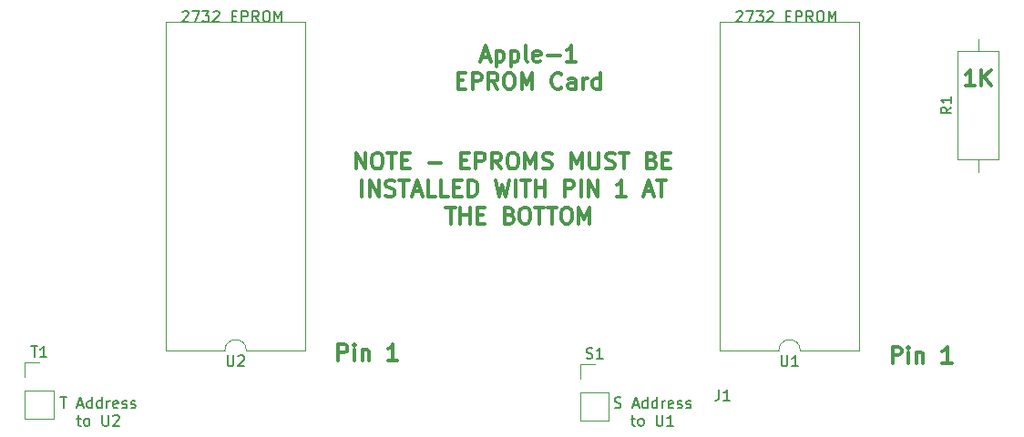
<source format=gbr>
%TF.GenerationSoftware,KiCad,Pcbnew,(5.1.12)-1*%
%TF.CreationDate,2022-10-05T19:48:58+01:00*%
%TF.ProjectId,Apple-1 ROM_RAM,4170706c-652d-4312-9052-4f4d5f52414d,rev?*%
%TF.SameCoordinates,Original*%
%TF.FileFunction,Legend,Top*%
%TF.FilePolarity,Positive*%
%FSLAX46Y46*%
G04 Gerber Fmt 4.6, Leading zero omitted, Abs format (unit mm)*
G04 Created by KiCad (PCBNEW (5.1.12)-1) date 2022-10-05 19:48:58*
%MOMM*%
%LPD*%
G01*
G04 APERTURE LIST*
%ADD10C,0.300000*%
%ADD11C,0.150000*%
%ADD12C,0.120000*%
G04 APERTURE END LIST*
D10*
X145311914Y-131036031D02*
X145311914Y-129536031D01*
X145883342Y-129536031D01*
X146026200Y-129607460D01*
X146097628Y-129678888D01*
X146169057Y-129821745D01*
X146169057Y-130036031D01*
X146097628Y-130178888D01*
X146026200Y-130250317D01*
X145883342Y-130321745D01*
X145311914Y-130321745D01*
X146811914Y-131036031D02*
X146811914Y-130036031D01*
X146811914Y-129536031D02*
X146740485Y-129607460D01*
X146811914Y-129678888D01*
X146883342Y-129607460D01*
X146811914Y-129536031D01*
X146811914Y-129678888D01*
X147526200Y-130036031D02*
X147526200Y-131036031D01*
X147526200Y-130178888D02*
X147597628Y-130107460D01*
X147740485Y-130036031D01*
X147954771Y-130036031D01*
X148097628Y-130107460D01*
X148169057Y-130250317D01*
X148169057Y-131036031D01*
X150811914Y-131036031D02*
X149954771Y-131036031D01*
X150383342Y-131036031D02*
X150383342Y-129536031D01*
X150240485Y-129750317D01*
X150097628Y-129893174D01*
X149954771Y-129964602D01*
X196811914Y-131286031D02*
X196811914Y-129786031D01*
X197383342Y-129786031D01*
X197526200Y-129857460D01*
X197597628Y-129928888D01*
X197669057Y-130071745D01*
X197669057Y-130286031D01*
X197597628Y-130428888D01*
X197526200Y-130500317D01*
X197383342Y-130571745D01*
X196811914Y-130571745D01*
X198311914Y-131286031D02*
X198311914Y-130286031D01*
X198311914Y-129786031D02*
X198240485Y-129857460D01*
X198311914Y-129928888D01*
X198383342Y-129857460D01*
X198311914Y-129786031D01*
X198311914Y-129928888D01*
X199026200Y-130286031D02*
X199026200Y-131286031D01*
X199026200Y-130428888D02*
X199097628Y-130357460D01*
X199240485Y-130286031D01*
X199454771Y-130286031D01*
X199597628Y-130357460D01*
X199669057Y-130500317D01*
X199669057Y-131286031D01*
X202311914Y-131286031D02*
X201454771Y-131286031D01*
X201883342Y-131286031D02*
X201883342Y-129786031D01*
X201740485Y-130000317D01*
X201597628Y-130143174D01*
X201454771Y-130214602D01*
X146954771Y-113236031D02*
X146954771Y-111736031D01*
X147811914Y-113236031D01*
X147811914Y-111736031D01*
X148811914Y-111736031D02*
X149097628Y-111736031D01*
X149240485Y-111807460D01*
X149383342Y-111950317D01*
X149454771Y-112236031D01*
X149454771Y-112736031D01*
X149383342Y-113021745D01*
X149240485Y-113164602D01*
X149097628Y-113236031D01*
X148811914Y-113236031D01*
X148669057Y-113164602D01*
X148526200Y-113021745D01*
X148454771Y-112736031D01*
X148454771Y-112236031D01*
X148526200Y-111950317D01*
X148669057Y-111807460D01*
X148811914Y-111736031D01*
X149883342Y-111736031D02*
X150740485Y-111736031D01*
X150311914Y-113236031D02*
X150311914Y-111736031D01*
X151240485Y-112450317D02*
X151740485Y-112450317D01*
X151954771Y-113236031D02*
X151240485Y-113236031D01*
X151240485Y-111736031D01*
X151954771Y-111736031D01*
X153740485Y-112664602D02*
X154883342Y-112664602D01*
X156740485Y-112450317D02*
X157240485Y-112450317D01*
X157454771Y-113236031D02*
X156740485Y-113236031D01*
X156740485Y-111736031D01*
X157454771Y-111736031D01*
X158097628Y-113236031D02*
X158097628Y-111736031D01*
X158669057Y-111736031D01*
X158811914Y-111807460D01*
X158883342Y-111878888D01*
X158954771Y-112021745D01*
X158954771Y-112236031D01*
X158883342Y-112378888D01*
X158811914Y-112450317D01*
X158669057Y-112521745D01*
X158097628Y-112521745D01*
X160454771Y-113236031D02*
X159954771Y-112521745D01*
X159597628Y-113236031D02*
X159597628Y-111736031D01*
X160169057Y-111736031D01*
X160311914Y-111807460D01*
X160383342Y-111878888D01*
X160454771Y-112021745D01*
X160454771Y-112236031D01*
X160383342Y-112378888D01*
X160311914Y-112450317D01*
X160169057Y-112521745D01*
X159597628Y-112521745D01*
X161383342Y-111736031D02*
X161669057Y-111736031D01*
X161811914Y-111807460D01*
X161954771Y-111950317D01*
X162026200Y-112236031D01*
X162026200Y-112736031D01*
X161954771Y-113021745D01*
X161811914Y-113164602D01*
X161669057Y-113236031D01*
X161383342Y-113236031D01*
X161240485Y-113164602D01*
X161097628Y-113021745D01*
X161026200Y-112736031D01*
X161026200Y-112236031D01*
X161097628Y-111950317D01*
X161240485Y-111807460D01*
X161383342Y-111736031D01*
X162669057Y-113236031D02*
X162669057Y-111736031D01*
X163169057Y-112807460D01*
X163669057Y-111736031D01*
X163669057Y-113236031D01*
X164311914Y-113164602D02*
X164526200Y-113236031D01*
X164883342Y-113236031D01*
X165026200Y-113164602D01*
X165097628Y-113093174D01*
X165169057Y-112950317D01*
X165169057Y-112807460D01*
X165097628Y-112664602D01*
X165026200Y-112593174D01*
X164883342Y-112521745D01*
X164597628Y-112450317D01*
X164454771Y-112378888D01*
X164383342Y-112307460D01*
X164311914Y-112164602D01*
X164311914Y-112021745D01*
X164383342Y-111878888D01*
X164454771Y-111807460D01*
X164597628Y-111736031D01*
X164954771Y-111736031D01*
X165169057Y-111807460D01*
X166954771Y-113236031D02*
X166954771Y-111736031D01*
X167454771Y-112807460D01*
X167954771Y-111736031D01*
X167954771Y-113236031D01*
X168669057Y-111736031D02*
X168669057Y-112950317D01*
X168740485Y-113093174D01*
X168811914Y-113164602D01*
X168954771Y-113236031D01*
X169240485Y-113236031D01*
X169383342Y-113164602D01*
X169454771Y-113093174D01*
X169526200Y-112950317D01*
X169526200Y-111736031D01*
X170169057Y-113164602D02*
X170383342Y-113236031D01*
X170740485Y-113236031D01*
X170883342Y-113164602D01*
X170954771Y-113093174D01*
X171026200Y-112950317D01*
X171026200Y-112807460D01*
X170954771Y-112664602D01*
X170883342Y-112593174D01*
X170740485Y-112521745D01*
X170454771Y-112450317D01*
X170311914Y-112378888D01*
X170240485Y-112307460D01*
X170169057Y-112164602D01*
X170169057Y-112021745D01*
X170240485Y-111878888D01*
X170311914Y-111807460D01*
X170454771Y-111736031D01*
X170811914Y-111736031D01*
X171026200Y-111807460D01*
X171454771Y-111736031D02*
X172311914Y-111736031D01*
X171883342Y-113236031D02*
X171883342Y-111736031D01*
X174454771Y-112450317D02*
X174669057Y-112521745D01*
X174740485Y-112593174D01*
X174811914Y-112736031D01*
X174811914Y-112950317D01*
X174740485Y-113093174D01*
X174669057Y-113164602D01*
X174526200Y-113236031D01*
X173954771Y-113236031D01*
X173954771Y-111736031D01*
X174454771Y-111736031D01*
X174597628Y-111807460D01*
X174669057Y-111878888D01*
X174740485Y-112021745D01*
X174740485Y-112164602D01*
X174669057Y-112307460D01*
X174597628Y-112378888D01*
X174454771Y-112450317D01*
X173954771Y-112450317D01*
X175454771Y-112450317D02*
X175954771Y-112450317D01*
X176169057Y-113236031D02*
X175454771Y-113236031D01*
X175454771Y-111736031D01*
X176169057Y-111736031D01*
X147490485Y-115786031D02*
X147490485Y-114286031D01*
X148204771Y-115786031D02*
X148204771Y-114286031D01*
X149061914Y-115786031D01*
X149061914Y-114286031D01*
X149704771Y-115714602D02*
X149919057Y-115786031D01*
X150276200Y-115786031D01*
X150419057Y-115714602D01*
X150490485Y-115643174D01*
X150561914Y-115500317D01*
X150561914Y-115357460D01*
X150490485Y-115214602D01*
X150419057Y-115143174D01*
X150276200Y-115071745D01*
X149990485Y-115000317D01*
X149847628Y-114928888D01*
X149776200Y-114857460D01*
X149704771Y-114714602D01*
X149704771Y-114571745D01*
X149776200Y-114428888D01*
X149847628Y-114357460D01*
X149990485Y-114286031D01*
X150347628Y-114286031D01*
X150561914Y-114357460D01*
X150990485Y-114286031D02*
X151847628Y-114286031D01*
X151419057Y-115786031D02*
X151419057Y-114286031D01*
X152276200Y-115357460D02*
X152990485Y-115357460D01*
X152133342Y-115786031D02*
X152633342Y-114286031D01*
X153133342Y-115786031D01*
X154347628Y-115786031D02*
X153633342Y-115786031D01*
X153633342Y-114286031D01*
X155561914Y-115786031D02*
X154847628Y-115786031D01*
X154847628Y-114286031D01*
X156061914Y-115000317D02*
X156561914Y-115000317D01*
X156776200Y-115786031D02*
X156061914Y-115786031D01*
X156061914Y-114286031D01*
X156776200Y-114286031D01*
X157419057Y-115786031D02*
X157419057Y-114286031D01*
X157776200Y-114286031D01*
X157990485Y-114357460D01*
X158133342Y-114500317D01*
X158204771Y-114643174D01*
X158276200Y-114928888D01*
X158276200Y-115143174D01*
X158204771Y-115428888D01*
X158133342Y-115571745D01*
X157990485Y-115714602D01*
X157776200Y-115786031D01*
X157419057Y-115786031D01*
X159919057Y-114286031D02*
X160276200Y-115786031D01*
X160561914Y-114714602D01*
X160847628Y-115786031D01*
X161204771Y-114286031D01*
X161776200Y-115786031D02*
X161776200Y-114286031D01*
X162276200Y-114286031D02*
X163133342Y-114286031D01*
X162704771Y-115786031D02*
X162704771Y-114286031D01*
X163633342Y-115786031D02*
X163633342Y-114286031D01*
X163633342Y-115000317D02*
X164490485Y-115000317D01*
X164490485Y-115786031D02*
X164490485Y-114286031D01*
X166347628Y-115786031D02*
X166347628Y-114286031D01*
X166919057Y-114286031D01*
X167061914Y-114357460D01*
X167133342Y-114428888D01*
X167204771Y-114571745D01*
X167204771Y-114786031D01*
X167133342Y-114928888D01*
X167061914Y-115000317D01*
X166919057Y-115071745D01*
X166347628Y-115071745D01*
X167847628Y-115786031D02*
X167847628Y-114286031D01*
X168561914Y-115786031D02*
X168561914Y-114286031D01*
X169419057Y-115786031D01*
X169419057Y-114286031D01*
X172061914Y-115786031D02*
X171204771Y-115786031D01*
X171633342Y-115786031D02*
X171633342Y-114286031D01*
X171490485Y-114500317D01*
X171347628Y-114643174D01*
X171204771Y-114714602D01*
X173776200Y-115357460D02*
X174490485Y-115357460D01*
X173633342Y-115786031D02*
X174133342Y-114286031D01*
X174633342Y-115786031D01*
X174919057Y-114286031D02*
X175776200Y-114286031D01*
X175347628Y-115786031D02*
X175347628Y-114286031D01*
X155311914Y-116836031D02*
X156169057Y-116836031D01*
X155740485Y-118336031D02*
X155740485Y-116836031D01*
X156669057Y-118336031D02*
X156669057Y-116836031D01*
X156669057Y-117550317D02*
X157526200Y-117550317D01*
X157526200Y-118336031D02*
X157526200Y-116836031D01*
X158240485Y-117550317D02*
X158740485Y-117550317D01*
X158954771Y-118336031D02*
X158240485Y-118336031D01*
X158240485Y-116836031D01*
X158954771Y-116836031D01*
X161240485Y-117550317D02*
X161454771Y-117621745D01*
X161526200Y-117693174D01*
X161597628Y-117836031D01*
X161597628Y-118050317D01*
X161526200Y-118193174D01*
X161454771Y-118264602D01*
X161311914Y-118336031D01*
X160740485Y-118336031D01*
X160740485Y-116836031D01*
X161240485Y-116836031D01*
X161383342Y-116907460D01*
X161454771Y-116978888D01*
X161526200Y-117121745D01*
X161526200Y-117264602D01*
X161454771Y-117407460D01*
X161383342Y-117478888D01*
X161240485Y-117550317D01*
X160740485Y-117550317D01*
X162526200Y-116836031D02*
X162811914Y-116836031D01*
X162954771Y-116907460D01*
X163097628Y-117050317D01*
X163169057Y-117336031D01*
X163169057Y-117836031D01*
X163097628Y-118121745D01*
X162954771Y-118264602D01*
X162811914Y-118336031D01*
X162526200Y-118336031D01*
X162383342Y-118264602D01*
X162240485Y-118121745D01*
X162169057Y-117836031D01*
X162169057Y-117336031D01*
X162240485Y-117050317D01*
X162383342Y-116907460D01*
X162526200Y-116836031D01*
X163597628Y-116836031D02*
X164454771Y-116836031D01*
X164026200Y-118336031D02*
X164026200Y-116836031D01*
X164740485Y-116836031D02*
X165597628Y-116836031D01*
X165169057Y-118336031D02*
X165169057Y-116836031D01*
X166383342Y-116836031D02*
X166669057Y-116836031D01*
X166811914Y-116907460D01*
X166954771Y-117050317D01*
X167026200Y-117336031D01*
X167026200Y-117836031D01*
X166954771Y-118121745D01*
X166811914Y-118264602D01*
X166669057Y-118336031D01*
X166383342Y-118336031D01*
X166240485Y-118264602D01*
X166097628Y-118121745D01*
X166026200Y-117836031D01*
X166026200Y-117336031D01*
X166097628Y-117050317D01*
X166240485Y-116907460D01*
X166383342Y-116836031D01*
X167669057Y-118336031D02*
X167669057Y-116836031D01*
X168169057Y-117907460D01*
X168669057Y-116836031D01*
X168669057Y-118336031D01*
X204454771Y-105536031D02*
X203597628Y-105536031D01*
X204026200Y-105536031D02*
X204026200Y-104036031D01*
X203883342Y-104250317D01*
X203740485Y-104393174D01*
X203597628Y-104464602D01*
X205097628Y-105536031D02*
X205097628Y-104036031D01*
X205954771Y-105536031D02*
X205311914Y-104678888D01*
X205954771Y-104036031D02*
X205097628Y-104893174D01*
D11*
X170978580Y-135437221D02*
X171121438Y-135484840D01*
X171359533Y-135484840D01*
X171454771Y-135437221D01*
X171502390Y-135389602D01*
X171550009Y-135294364D01*
X171550009Y-135199126D01*
X171502390Y-135103888D01*
X171454771Y-135056269D01*
X171359533Y-135008650D01*
X171169057Y-134961031D01*
X171073819Y-134913412D01*
X171026200Y-134865793D01*
X170978580Y-134770555D01*
X170978580Y-134675317D01*
X171026200Y-134580079D01*
X171073819Y-134532460D01*
X171169057Y-134484840D01*
X171407152Y-134484840D01*
X171550009Y-134532460D01*
X172692866Y-135199126D02*
X173169057Y-135199126D01*
X172597628Y-135484840D02*
X172930961Y-134484840D01*
X173264295Y-135484840D01*
X174026200Y-135484840D02*
X174026200Y-134484840D01*
X174026200Y-135437221D02*
X173930961Y-135484840D01*
X173740485Y-135484840D01*
X173645247Y-135437221D01*
X173597628Y-135389602D01*
X173550009Y-135294364D01*
X173550009Y-135008650D01*
X173597628Y-134913412D01*
X173645247Y-134865793D01*
X173740485Y-134818174D01*
X173930961Y-134818174D01*
X174026200Y-134865793D01*
X174930961Y-135484840D02*
X174930961Y-134484840D01*
X174930961Y-135437221D02*
X174835723Y-135484840D01*
X174645247Y-135484840D01*
X174550009Y-135437221D01*
X174502390Y-135389602D01*
X174454771Y-135294364D01*
X174454771Y-135008650D01*
X174502390Y-134913412D01*
X174550009Y-134865793D01*
X174645247Y-134818174D01*
X174835723Y-134818174D01*
X174930961Y-134865793D01*
X175407152Y-135484840D02*
X175407152Y-134818174D01*
X175407152Y-135008650D02*
X175454771Y-134913412D01*
X175502390Y-134865793D01*
X175597628Y-134818174D01*
X175692866Y-134818174D01*
X176407152Y-135437221D02*
X176311914Y-135484840D01*
X176121438Y-135484840D01*
X176026200Y-135437221D01*
X175978580Y-135341983D01*
X175978580Y-134961031D01*
X176026200Y-134865793D01*
X176121438Y-134818174D01*
X176311914Y-134818174D01*
X176407152Y-134865793D01*
X176454771Y-134961031D01*
X176454771Y-135056269D01*
X175978580Y-135151507D01*
X176835723Y-135437221D02*
X176930961Y-135484840D01*
X177121438Y-135484840D01*
X177216676Y-135437221D01*
X177264295Y-135341983D01*
X177264295Y-135294364D01*
X177216676Y-135199126D01*
X177121438Y-135151507D01*
X176978580Y-135151507D01*
X176883342Y-135103888D01*
X176835723Y-135008650D01*
X176835723Y-134961031D01*
X176883342Y-134865793D01*
X176978580Y-134818174D01*
X177121438Y-134818174D01*
X177216676Y-134865793D01*
X177645247Y-135437221D02*
X177740485Y-135484840D01*
X177930961Y-135484840D01*
X178026200Y-135437221D01*
X178073819Y-135341983D01*
X178073819Y-135294364D01*
X178026200Y-135199126D01*
X177930961Y-135151507D01*
X177788104Y-135151507D01*
X177692866Y-135103888D01*
X177645247Y-135008650D01*
X177645247Y-134961031D01*
X177692866Y-134865793D01*
X177788104Y-134818174D01*
X177930961Y-134818174D01*
X178026200Y-134865793D01*
X172502390Y-136468174D02*
X172883342Y-136468174D01*
X172645247Y-136134840D02*
X172645247Y-136991983D01*
X172692866Y-137087221D01*
X172788104Y-137134840D01*
X172883342Y-137134840D01*
X173359533Y-137134840D02*
X173264295Y-137087221D01*
X173216676Y-137039602D01*
X173169057Y-136944364D01*
X173169057Y-136658650D01*
X173216676Y-136563412D01*
X173264295Y-136515793D01*
X173359533Y-136468174D01*
X173502390Y-136468174D01*
X173597628Y-136515793D01*
X173645247Y-136563412D01*
X173692866Y-136658650D01*
X173692866Y-136944364D01*
X173645247Y-137039602D01*
X173597628Y-137087221D01*
X173502390Y-137134840D01*
X173359533Y-137134840D01*
X174883342Y-136134840D02*
X174883342Y-136944364D01*
X174930961Y-137039602D01*
X174978580Y-137087221D01*
X175073819Y-137134840D01*
X175264295Y-137134840D01*
X175359533Y-137087221D01*
X175407152Y-137039602D01*
X175454771Y-136944364D01*
X175454771Y-136134840D01*
X176454771Y-137134840D02*
X175883342Y-137134840D01*
X176169057Y-137134840D02*
X176169057Y-136134840D01*
X176073819Y-136277698D01*
X175978580Y-136372936D01*
X175883342Y-136420555D01*
X119478580Y-134484840D02*
X120050009Y-134484840D01*
X119764295Y-135484840D02*
X119764295Y-134484840D01*
X121097628Y-135199126D02*
X121573819Y-135199126D01*
X121002390Y-135484840D02*
X121335723Y-134484840D01*
X121669057Y-135484840D01*
X122430961Y-135484840D02*
X122430961Y-134484840D01*
X122430961Y-135437221D02*
X122335723Y-135484840D01*
X122145247Y-135484840D01*
X122050009Y-135437221D01*
X122002390Y-135389602D01*
X121954771Y-135294364D01*
X121954771Y-135008650D01*
X122002390Y-134913412D01*
X122050009Y-134865793D01*
X122145247Y-134818174D01*
X122335723Y-134818174D01*
X122430961Y-134865793D01*
X123335723Y-135484840D02*
X123335723Y-134484840D01*
X123335723Y-135437221D02*
X123240485Y-135484840D01*
X123050009Y-135484840D01*
X122954771Y-135437221D01*
X122907152Y-135389602D01*
X122859533Y-135294364D01*
X122859533Y-135008650D01*
X122907152Y-134913412D01*
X122954771Y-134865793D01*
X123050009Y-134818174D01*
X123240485Y-134818174D01*
X123335723Y-134865793D01*
X123811914Y-135484840D02*
X123811914Y-134818174D01*
X123811914Y-135008650D02*
X123859533Y-134913412D01*
X123907152Y-134865793D01*
X124002390Y-134818174D01*
X124097628Y-134818174D01*
X124811914Y-135437221D02*
X124716676Y-135484840D01*
X124526200Y-135484840D01*
X124430961Y-135437221D01*
X124383342Y-135341983D01*
X124383342Y-134961031D01*
X124430961Y-134865793D01*
X124526200Y-134818174D01*
X124716676Y-134818174D01*
X124811914Y-134865793D01*
X124859533Y-134961031D01*
X124859533Y-135056269D01*
X124383342Y-135151507D01*
X125240485Y-135437221D02*
X125335723Y-135484840D01*
X125526200Y-135484840D01*
X125621438Y-135437221D01*
X125669057Y-135341983D01*
X125669057Y-135294364D01*
X125621438Y-135199126D01*
X125526200Y-135151507D01*
X125383342Y-135151507D01*
X125288104Y-135103888D01*
X125240485Y-135008650D01*
X125240485Y-134961031D01*
X125288104Y-134865793D01*
X125383342Y-134818174D01*
X125526200Y-134818174D01*
X125621438Y-134865793D01*
X126050009Y-135437221D02*
X126145247Y-135484840D01*
X126335723Y-135484840D01*
X126430961Y-135437221D01*
X126478580Y-135341983D01*
X126478580Y-135294364D01*
X126430961Y-135199126D01*
X126335723Y-135151507D01*
X126192866Y-135151507D01*
X126097628Y-135103888D01*
X126050009Y-135008650D01*
X126050009Y-134961031D01*
X126097628Y-134865793D01*
X126192866Y-134818174D01*
X126335723Y-134818174D01*
X126430961Y-134865793D01*
X121002390Y-136468174D02*
X121383342Y-136468174D01*
X121145247Y-136134840D02*
X121145247Y-136991983D01*
X121192866Y-137087221D01*
X121288104Y-137134840D01*
X121383342Y-137134840D01*
X121859533Y-137134840D02*
X121764295Y-137087221D01*
X121716676Y-137039602D01*
X121669057Y-136944364D01*
X121669057Y-136658650D01*
X121716676Y-136563412D01*
X121764295Y-136515793D01*
X121859533Y-136468174D01*
X122002390Y-136468174D01*
X122097628Y-136515793D01*
X122145247Y-136563412D01*
X122192866Y-136658650D01*
X122192866Y-136944364D01*
X122145247Y-137039602D01*
X122097628Y-137087221D01*
X122002390Y-137134840D01*
X121859533Y-137134840D01*
X123383342Y-136134840D02*
X123383342Y-136944364D01*
X123430961Y-137039602D01*
X123478580Y-137087221D01*
X123573819Y-137134840D01*
X123764295Y-137134840D01*
X123859533Y-137087221D01*
X123907152Y-137039602D01*
X123954771Y-136944364D01*
X123954771Y-136134840D01*
X124383342Y-136230079D02*
X124430961Y-136182460D01*
X124526200Y-136134840D01*
X124764295Y-136134840D01*
X124859533Y-136182460D01*
X124907152Y-136230079D01*
X124954771Y-136325317D01*
X124954771Y-136420555D01*
X124907152Y-136563412D01*
X124335723Y-137134840D01*
X124954771Y-137134840D01*
X182303342Y-98655079D02*
X182350961Y-98607460D01*
X182446200Y-98559840D01*
X182684295Y-98559840D01*
X182779533Y-98607460D01*
X182827152Y-98655079D01*
X182874771Y-98750317D01*
X182874771Y-98845555D01*
X182827152Y-98988412D01*
X182255723Y-99559840D01*
X182874771Y-99559840D01*
X183208104Y-98559840D02*
X183874771Y-98559840D01*
X183446200Y-99559840D01*
X184160485Y-98559840D02*
X184779533Y-98559840D01*
X184446200Y-98940793D01*
X184589057Y-98940793D01*
X184684295Y-98988412D01*
X184731914Y-99036031D01*
X184779533Y-99131269D01*
X184779533Y-99369364D01*
X184731914Y-99464602D01*
X184684295Y-99512221D01*
X184589057Y-99559840D01*
X184303342Y-99559840D01*
X184208104Y-99512221D01*
X184160485Y-99464602D01*
X185160485Y-98655079D02*
X185208104Y-98607460D01*
X185303342Y-98559840D01*
X185541438Y-98559840D01*
X185636676Y-98607460D01*
X185684295Y-98655079D01*
X185731914Y-98750317D01*
X185731914Y-98845555D01*
X185684295Y-98988412D01*
X185112866Y-99559840D01*
X185731914Y-99559840D01*
X186922390Y-99036031D02*
X187255723Y-99036031D01*
X187398580Y-99559840D02*
X186922390Y-99559840D01*
X186922390Y-98559840D01*
X187398580Y-98559840D01*
X187827152Y-99559840D02*
X187827152Y-98559840D01*
X188208104Y-98559840D01*
X188303342Y-98607460D01*
X188350961Y-98655079D01*
X188398580Y-98750317D01*
X188398580Y-98893174D01*
X188350961Y-98988412D01*
X188303342Y-99036031D01*
X188208104Y-99083650D01*
X187827152Y-99083650D01*
X189398580Y-99559840D02*
X189065247Y-99083650D01*
X188827152Y-99559840D02*
X188827152Y-98559840D01*
X189208104Y-98559840D01*
X189303342Y-98607460D01*
X189350961Y-98655079D01*
X189398580Y-98750317D01*
X189398580Y-98893174D01*
X189350961Y-98988412D01*
X189303342Y-99036031D01*
X189208104Y-99083650D01*
X188827152Y-99083650D01*
X190017628Y-98559840D02*
X190208104Y-98559840D01*
X190303342Y-98607460D01*
X190398580Y-98702698D01*
X190446200Y-98893174D01*
X190446200Y-99226507D01*
X190398580Y-99416983D01*
X190303342Y-99512221D01*
X190208104Y-99559840D01*
X190017628Y-99559840D01*
X189922390Y-99512221D01*
X189827152Y-99416983D01*
X189779533Y-99226507D01*
X189779533Y-98893174D01*
X189827152Y-98702698D01*
X189922390Y-98607460D01*
X190017628Y-98559840D01*
X190874771Y-99559840D02*
X190874771Y-98559840D01*
X191208104Y-99274126D01*
X191541438Y-98559840D01*
X191541438Y-99559840D01*
X130823342Y-98655079D02*
X130870961Y-98607460D01*
X130966200Y-98559840D01*
X131204295Y-98559840D01*
X131299533Y-98607460D01*
X131347152Y-98655079D01*
X131394771Y-98750317D01*
X131394771Y-98845555D01*
X131347152Y-98988412D01*
X130775723Y-99559840D01*
X131394771Y-99559840D01*
X131728104Y-98559840D02*
X132394771Y-98559840D01*
X131966200Y-99559840D01*
X132680485Y-98559840D02*
X133299533Y-98559840D01*
X132966200Y-98940793D01*
X133109057Y-98940793D01*
X133204295Y-98988412D01*
X133251914Y-99036031D01*
X133299533Y-99131269D01*
X133299533Y-99369364D01*
X133251914Y-99464602D01*
X133204295Y-99512221D01*
X133109057Y-99559840D01*
X132823342Y-99559840D01*
X132728104Y-99512221D01*
X132680485Y-99464602D01*
X133680485Y-98655079D02*
X133728104Y-98607460D01*
X133823342Y-98559840D01*
X134061438Y-98559840D01*
X134156676Y-98607460D01*
X134204295Y-98655079D01*
X134251914Y-98750317D01*
X134251914Y-98845555D01*
X134204295Y-98988412D01*
X133632866Y-99559840D01*
X134251914Y-99559840D01*
X135442390Y-99036031D02*
X135775723Y-99036031D01*
X135918580Y-99559840D02*
X135442390Y-99559840D01*
X135442390Y-98559840D01*
X135918580Y-98559840D01*
X136347152Y-99559840D02*
X136347152Y-98559840D01*
X136728104Y-98559840D01*
X136823342Y-98607460D01*
X136870961Y-98655079D01*
X136918580Y-98750317D01*
X136918580Y-98893174D01*
X136870961Y-98988412D01*
X136823342Y-99036031D01*
X136728104Y-99083650D01*
X136347152Y-99083650D01*
X137918580Y-99559840D02*
X137585247Y-99083650D01*
X137347152Y-99559840D02*
X137347152Y-98559840D01*
X137728104Y-98559840D01*
X137823342Y-98607460D01*
X137870961Y-98655079D01*
X137918580Y-98750317D01*
X137918580Y-98893174D01*
X137870961Y-98988412D01*
X137823342Y-99036031D01*
X137728104Y-99083650D01*
X137347152Y-99083650D01*
X138537628Y-98559840D02*
X138728104Y-98559840D01*
X138823342Y-98607460D01*
X138918580Y-98702698D01*
X138966200Y-98893174D01*
X138966200Y-99226507D01*
X138918580Y-99416983D01*
X138823342Y-99512221D01*
X138728104Y-99559840D01*
X138537628Y-99559840D01*
X138442390Y-99512221D01*
X138347152Y-99416983D01*
X138299533Y-99226507D01*
X138299533Y-98893174D01*
X138347152Y-98702698D01*
X138442390Y-98607460D01*
X138537628Y-98559840D01*
X139394771Y-99559840D02*
X139394771Y-98559840D01*
X139728104Y-99274126D01*
X140061438Y-98559840D01*
X140061438Y-99559840D01*
D10*
X158633342Y-102832460D02*
X159347628Y-102832460D01*
X158490485Y-103261031D02*
X158990485Y-101761031D01*
X159490485Y-103261031D01*
X159990485Y-102261031D02*
X159990485Y-103761031D01*
X159990485Y-102332460D02*
X160133342Y-102261031D01*
X160419057Y-102261031D01*
X160561914Y-102332460D01*
X160633342Y-102403888D01*
X160704771Y-102546745D01*
X160704771Y-102975317D01*
X160633342Y-103118174D01*
X160561914Y-103189602D01*
X160419057Y-103261031D01*
X160133342Y-103261031D01*
X159990485Y-103189602D01*
X161347628Y-102261031D02*
X161347628Y-103761031D01*
X161347628Y-102332460D02*
X161490485Y-102261031D01*
X161776200Y-102261031D01*
X161919057Y-102332460D01*
X161990485Y-102403888D01*
X162061914Y-102546745D01*
X162061914Y-102975317D01*
X161990485Y-103118174D01*
X161919057Y-103189602D01*
X161776200Y-103261031D01*
X161490485Y-103261031D01*
X161347628Y-103189602D01*
X162919057Y-103261031D02*
X162776200Y-103189602D01*
X162704771Y-103046745D01*
X162704771Y-101761031D01*
X164061914Y-103189602D02*
X163919057Y-103261031D01*
X163633342Y-103261031D01*
X163490485Y-103189602D01*
X163419057Y-103046745D01*
X163419057Y-102475317D01*
X163490485Y-102332460D01*
X163633342Y-102261031D01*
X163919057Y-102261031D01*
X164061914Y-102332460D01*
X164133342Y-102475317D01*
X164133342Y-102618174D01*
X163419057Y-102761031D01*
X164776200Y-102689602D02*
X165919057Y-102689602D01*
X167419057Y-103261031D02*
X166561914Y-103261031D01*
X166990485Y-103261031D02*
X166990485Y-101761031D01*
X166847628Y-101975317D01*
X166704771Y-102118174D01*
X166561914Y-102189602D01*
X156419057Y-105025317D02*
X156919057Y-105025317D01*
X157133342Y-105811031D02*
X156419057Y-105811031D01*
X156419057Y-104311031D01*
X157133342Y-104311031D01*
X157776200Y-105811031D02*
X157776200Y-104311031D01*
X158347628Y-104311031D01*
X158490485Y-104382460D01*
X158561914Y-104453888D01*
X158633342Y-104596745D01*
X158633342Y-104811031D01*
X158561914Y-104953888D01*
X158490485Y-105025317D01*
X158347628Y-105096745D01*
X157776200Y-105096745D01*
X160133342Y-105811031D02*
X159633342Y-105096745D01*
X159276200Y-105811031D02*
X159276200Y-104311031D01*
X159847628Y-104311031D01*
X159990485Y-104382460D01*
X160061914Y-104453888D01*
X160133342Y-104596745D01*
X160133342Y-104811031D01*
X160061914Y-104953888D01*
X159990485Y-105025317D01*
X159847628Y-105096745D01*
X159276200Y-105096745D01*
X161061914Y-104311031D02*
X161347628Y-104311031D01*
X161490485Y-104382460D01*
X161633342Y-104525317D01*
X161704771Y-104811031D01*
X161704771Y-105311031D01*
X161633342Y-105596745D01*
X161490485Y-105739602D01*
X161347628Y-105811031D01*
X161061914Y-105811031D01*
X160919057Y-105739602D01*
X160776200Y-105596745D01*
X160704771Y-105311031D01*
X160704771Y-104811031D01*
X160776200Y-104525317D01*
X160919057Y-104382460D01*
X161061914Y-104311031D01*
X162347628Y-105811031D02*
X162347628Y-104311031D01*
X162847628Y-105382460D01*
X163347628Y-104311031D01*
X163347628Y-105811031D01*
X166061914Y-105668174D02*
X165990485Y-105739602D01*
X165776200Y-105811031D01*
X165633342Y-105811031D01*
X165419057Y-105739602D01*
X165276200Y-105596745D01*
X165204771Y-105453888D01*
X165133342Y-105168174D01*
X165133342Y-104953888D01*
X165204771Y-104668174D01*
X165276200Y-104525317D01*
X165419057Y-104382460D01*
X165633342Y-104311031D01*
X165776200Y-104311031D01*
X165990485Y-104382460D01*
X166061914Y-104453888D01*
X167347628Y-105811031D02*
X167347628Y-105025317D01*
X167276200Y-104882460D01*
X167133342Y-104811031D01*
X166847628Y-104811031D01*
X166704771Y-104882460D01*
X167347628Y-105739602D02*
X167204771Y-105811031D01*
X166847628Y-105811031D01*
X166704771Y-105739602D01*
X166633342Y-105596745D01*
X166633342Y-105453888D01*
X166704771Y-105311031D01*
X166847628Y-105239602D01*
X167204771Y-105239602D01*
X167347628Y-105168174D01*
X168061914Y-105811031D02*
X168061914Y-104811031D01*
X168061914Y-105096745D02*
X168133342Y-104953888D01*
X168204771Y-104882460D01*
X168347628Y-104811031D01*
X168490485Y-104811031D01*
X169633342Y-105811031D02*
X169633342Y-104311031D01*
X169633342Y-105739602D02*
X169490485Y-105811031D01*
X169204771Y-105811031D01*
X169061914Y-105739602D01*
X168990485Y-105668174D01*
X168919057Y-105525317D01*
X168919057Y-105096745D01*
X168990485Y-104953888D01*
X169061914Y-104882460D01*
X169204771Y-104811031D01*
X169490485Y-104811031D01*
X169633342Y-104882460D01*
D12*
%TO.C,T1*%
X116196200Y-136477460D02*
X118856200Y-136477460D01*
X116196200Y-133877460D02*
X116196200Y-136477460D01*
X118856200Y-133877460D02*
X118856200Y-136477460D01*
X116196200Y-133877460D02*
X118856200Y-133877460D01*
X116196200Y-132607460D02*
X116196200Y-131277460D01*
X116196200Y-131277460D02*
X117526200Y-131277460D01*
%TO.C,U1*%
X180786200Y-130137460D02*
X186246200Y-130137460D01*
X180786200Y-99537460D02*
X180786200Y-130137460D01*
X193706200Y-99537460D02*
X180786200Y-99537460D01*
X193706200Y-130137460D02*
X193706200Y-99537460D01*
X188246200Y-130137460D02*
X193706200Y-130137460D01*
X186246200Y-130137460D02*
G75*
G02*
X188246200Y-130137460I1000000J0D01*
G01*
%TO.C,S1*%
X167796200Y-131437460D02*
X169126200Y-131437460D01*
X167796200Y-132767460D02*
X167796200Y-131437460D01*
X167796200Y-134037460D02*
X170456200Y-134037460D01*
X170456200Y-134037460D02*
X170456200Y-136637460D01*
X167796200Y-134037460D02*
X167796200Y-136637460D01*
X167796200Y-136637460D02*
X170456200Y-136637460D01*
%TO.C,R1*%
X204766200Y-101147460D02*
X204766200Y-102257460D01*
X204766200Y-113507460D02*
X204766200Y-112397460D01*
X202846200Y-102257460D02*
X202846200Y-112397460D01*
X206686200Y-102257460D02*
X202846200Y-102257460D01*
X206686200Y-112397460D02*
X206686200Y-102257460D01*
X202846200Y-112397460D02*
X206686200Y-112397460D01*
%TO.C,U2*%
X136766200Y-130137460D02*
X142226200Y-130137460D01*
X142226200Y-130137460D02*
X142226200Y-99537460D01*
X142226200Y-99537460D02*
X129306200Y-99537460D01*
X129306200Y-99537460D02*
X129306200Y-130137460D01*
X129306200Y-130137460D02*
X134766200Y-130137460D01*
X134766200Y-130137460D02*
G75*
G02*
X136766200Y-130137460I1000000J0D01*
G01*
%TO.C,T1*%
D11*
X116764295Y-129729840D02*
X117335723Y-129729840D01*
X117050009Y-130729840D02*
X117050009Y-129729840D01*
X118192866Y-130729840D02*
X117621438Y-130729840D01*
X117907152Y-130729840D02*
X117907152Y-129729840D01*
X117811914Y-129872698D01*
X117716676Y-129967936D01*
X117621438Y-130015555D01*
%TO.C,U1*%
X186484295Y-130589840D02*
X186484295Y-131399364D01*
X186531914Y-131494602D01*
X186579533Y-131542221D01*
X186674771Y-131589840D01*
X186865247Y-131589840D01*
X186960485Y-131542221D01*
X187008104Y-131494602D01*
X187055723Y-131399364D01*
X187055723Y-130589840D01*
X188055723Y-131589840D02*
X187484295Y-131589840D01*
X187770009Y-131589840D02*
X187770009Y-130589840D01*
X187674771Y-130732698D01*
X187579533Y-130827936D01*
X187484295Y-130875555D01*
%TO.C,S1*%
X168364295Y-130842221D02*
X168507152Y-130889840D01*
X168745247Y-130889840D01*
X168840485Y-130842221D01*
X168888104Y-130794602D01*
X168935723Y-130699364D01*
X168935723Y-130604126D01*
X168888104Y-130508888D01*
X168840485Y-130461269D01*
X168745247Y-130413650D01*
X168554771Y-130366031D01*
X168459533Y-130318412D01*
X168411914Y-130270793D01*
X168364295Y-130175555D01*
X168364295Y-130080317D01*
X168411914Y-129985079D01*
X168459533Y-129937460D01*
X168554771Y-129889840D01*
X168792866Y-129889840D01*
X168935723Y-129937460D01*
X169888104Y-130889840D02*
X169316676Y-130889840D01*
X169602390Y-130889840D02*
X169602390Y-129889840D01*
X169507152Y-130032698D01*
X169411914Y-130127936D01*
X169316676Y-130175555D01*
%TO.C,R1*%
X202298580Y-107494126D02*
X201822390Y-107827460D01*
X202298580Y-108065555D02*
X201298580Y-108065555D01*
X201298580Y-107684602D01*
X201346200Y-107589364D01*
X201393819Y-107541745D01*
X201489057Y-107494126D01*
X201631914Y-107494126D01*
X201727152Y-107541745D01*
X201774771Y-107589364D01*
X201822390Y-107684602D01*
X201822390Y-108065555D01*
X202298580Y-106541745D02*
X202298580Y-107113174D01*
X202298580Y-106827460D02*
X201298580Y-106827460D01*
X201441438Y-106922698D01*
X201536676Y-107017936D01*
X201584295Y-107113174D01*
%TO.C,U2*%
X135004295Y-130589840D02*
X135004295Y-131399364D01*
X135051914Y-131494602D01*
X135099533Y-131542221D01*
X135194771Y-131589840D01*
X135385247Y-131589840D01*
X135480485Y-131542221D01*
X135528104Y-131494602D01*
X135575723Y-131399364D01*
X135575723Y-130589840D01*
X136004295Y-130685079D02*
X136051914Y-130637460D01*
X136147152Y-130589840D01*
X136385247Y-130589840D01*
X136480485Y-130637460D01*
X136528104Y-130685079D01*
X136575723Y-130780317D01*
X136575723Y-130875555D01*
X136528104Y-131018412D01*
X135956676Y-131589840D01*
X136575723Y-131589840D01*
%TO.C,J1*%
X180706666Y-133772380D02*
X180706666Y-134486666D01*
X180659047Y-134629523D01*
X180563809Y-134724761D01*
X180420952Y-134772380D01*
X180325714Y-134772380D01*
X181706666Y-134772380D02*
X181135238Y-134772380D01*
X181420952Y-134772380D02*
X181420952Y-133772380D01*
X181325714Y-133915238D01*
X181230476Y-134010476D01*
X181135238Y-134058095D01*
%TD*%
M02*

</source>
